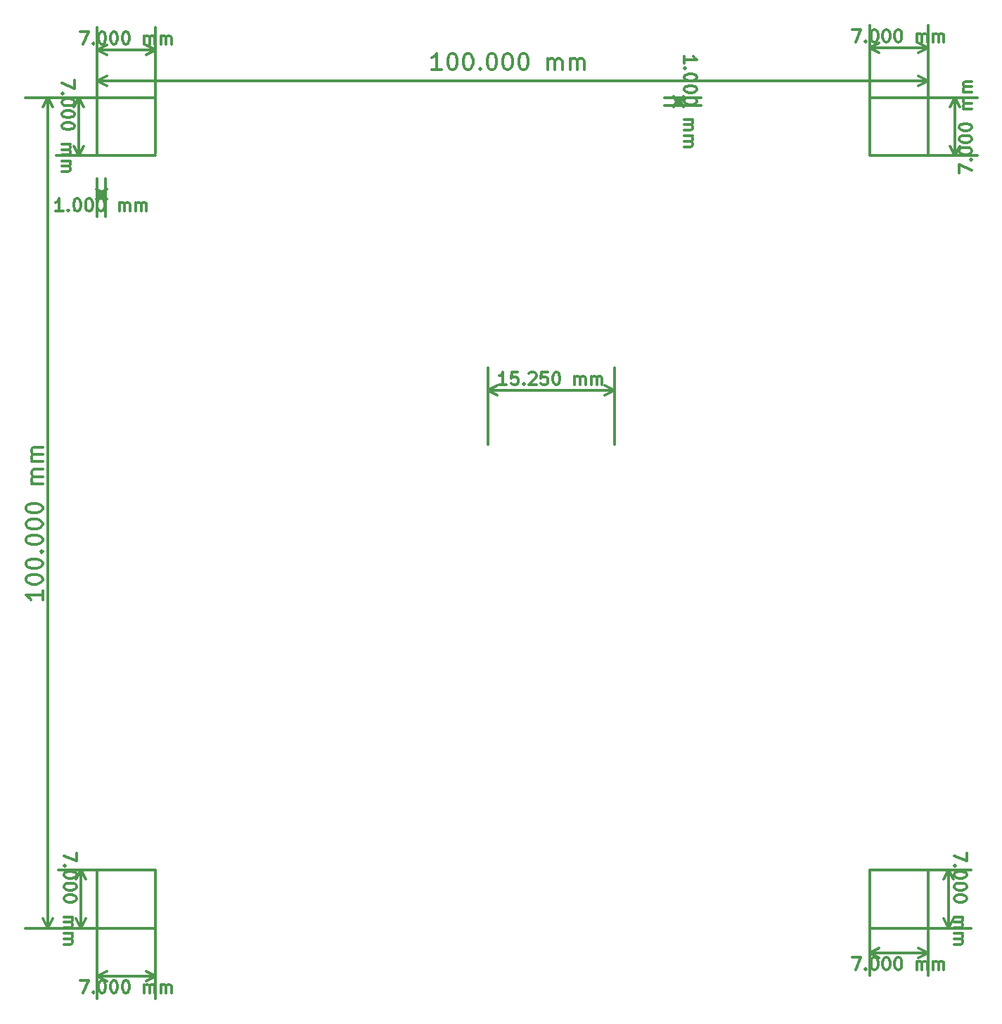
<source format=gbr>
G04 #@! TF.FileFunction,Other,User*
%FSLAX46Y46*%
G04 Gerber Fmt 4.6, Leading zero omitted, Abs format (unit mm)*
G04 Created by KiCad (PCBNEW 4.0.7) date 02/07/18 15:21:04*
%MOMM*%
%LPD*%
G01*
G04 APERTURE LIST*
%ADD10C,0.100000*%
%ADD11C,0.300000*%
G04 APERTURE END LIST*
D10*
D11*
X159671429Y-27607144D02*
X159671429Y-26750001D01*
X159671429Y-27178573D02*
X161171429Y-27178573D01*
X160957143Y-27035716D01*
X160814286Y-26892858D01*
X160742857Y-26750001D01*
X159814286Y-28250001D02*
X159742857Y-28321429D01*
X159671429Y-28250001D01*
X159742857Y-28178572D01*
X159814286Y-28250001D01*
X159671429Y-28250001D01*
X161171429Y-29250001D02*
X161171429Y-29392858D01*
X161100000Y-29535715D01*
X161028571Y-29607144D01*
X160885714Y-29678573D01*
X160600000Y-29750001D01*
X160242857Y-29750001D01*
X159957143Y-29678573D01*
X159814286Y-29607144D01*
X159742857Y-29535715D01*
X159671429Y-29392858D01*
X159671429Y-29250001D01*
X159742857Y-29107144D01*
X159814286Y-29035715D01*
X159957143Y-28964287D01*
X160242857Y-28892858D01*
X160600000Y-28892858D01*
X160885714Y-28964287D01*
X161028571Y-29035715D01*
X161100000Y-29107144D01*
X161171429Y-29250001D01*
X161171429Y-30678572D02*
X161171429Y-30821429D01*
X161100000Y-30964286D01*
X161028571Y-31035715D01*
X160885714Y-31107144D01*
X160600000Y-31178572D01*
X160242857Y-31178572D01*
X159957143Y-31107144D01*
X159814286Y-31035715D01*
X159742857Y-30964286D01*
X159671429Y-30821429D01*
X159671429Y-30678572D01*
X159742857Y-30535715D01*
X159814286Y-30464286D01*
X159957143Y-30392858D01*
X160242857Y-30321429D01*
X160600000Y-30321429D01*
X160885714Y-30392858D01*
X161028571Y-30464286D01*
X161100000Y-30535715D01*
X161171429Y-30678572D01*
X161171429Y-32107143D02*
X161171429Y-32250000D01*
X161100000Y-32392857D01*
X161028571Y-32464286D01*
X160885714Y-32535715D01*
X160600000Y-32607143D01*
X160242857Y-32607143D01*
X159957143Y-32535715D01*
X159814286Y-32464286D01*
X159742857Y-32392857D01*
X159671429Y-32250000D01*
X159671429Y-32107143D01*
X159742857Y-31964286D01*
X159814286Y-31892857D01*
X159957143Y-31821429D01*
X160242857Y-31750000D01*
X160600000Y-31750000D01*
X160885714Y-31821429D01*
X161028571Y-31892857D01*
X161100000Y-31964286D01*
X161171429Y-32107143D01*
X159671429Y-34392857D02*
X160671429Y-34392857D01*
X160528571Y-34392857D02*
X160600000Y-34464285D01*
X160671429Y-34607143D01*
X160671429Y-34821428D01*
X160600000Y-34964285D01*
X160457143Y-35035714D01*
X159671429Y-35035714D01*
X160457143Y-35035714D02*
X160600000Y-35107143D01*
X160671429Y-35250000D01*
X160671429Y-35464285D01*
X160600000Y-35607143D01*
X160457143Y-35678571D01*
X159671429Y-35678571D01*
X159671429Y-36392857D02*
X160671429Y-36392857D01*
X160528571Y-36392857D02*
X160600000Y-36464285D01*
X160671429Y-36607143D01*
X160671429Y-36821428D01*
X160600000Y-36964285D01*
X160457143Y-37035714D01*
X159671429Y-37035714D01*
X160457143Y-37035714D02*
X160600000Y-37107143D01*
X160671429Y-37250000D01*
X160671429Y-37464285D01*
X160600000Y-37607143D01*
X160457143Y-37678571D01*
X159671429Y-37678571D01*
X159000000Y-31750000D02*
X159000000Y-32750000D01*
X157300000Y-31750000D02*
X161700000Y-31750000D01*
X157300000Y-32750000D02*
X161700000Y-32750000D01*
X159000000Y-32750000D02*
X158413579Y-31623496D01*
X159000000Y-32750000D02*
X159586421Y-31623496D01*
X159000000Y-31750000D02*
X158413579Y-32876504D01*
X159000000Y-31750000D02*
X159586421Y-32876504D01*
X84857144Y-45428571D02*
X84000001Y-45428571D01*
X84428573Y-45428571D02*
X84428573Y-43928571D01*
X84285716Y-44142857D01*
X84142858Y-44285714D01*
X84000001Y-44357143D01*
X85500001Y-45285714D02*
X85571429Y-45357143D01*
X85500001Y-45428571D01*
X85428572Y-45357143D01*
X85500001Y-45285714D01*
X85500001Y-45428571D01*
X86500001Y-43928571D02*
X86642858Y-43928571D01*
X86785715Y-44000000D01*
X86857144Y-44071429D01*
X86928573Y-44214286D01*
X87000001Y-44500000D01*
X87000001Y-44857143D01*
X86928573Y-45142857D01*
X86857144Y-45285714D01*
X86785715Y-45357143D01*
X86642858Y-45428571D01*
X86500001Y-45428571D01*
X86357144Y-45357143D01*
X86285715Y-45285714D01*
X86214287Y-45142857D01*
X86142858Y-44857143D01*
X86142858Y-44500000D01*
X86214287Y-44214286D01*
X86285715Y-44071429D01*
X86357144Y-44000000D01*
X86500001Y-43928571D01*
X87928572Y-43928571D02*
X88071429Y-43928571D01*
X88214286Y-44000000D01*
X88285715Y-44071429D01*
X88357144Y-44214286D01*
X88428572Y-44500000D01*
X88428572Y-44857143D01*
X88357144Y-45142857D01*
X88285715Y-45285714D01*
X88214286Y-45357143D01*
X88071429Y-45428571D01*
X87928572Y-45428571D01*
X87785715Y-45357143D01*
X87714286Y-45285714D01*
X87642858Y-45142857D01*
X87571429Y-44857143D01*
X87571429Y-44500000D01*
X87642858Y-44214286D01*
X87714286Y-44071429D01*
X87785715Y-44000000D01*
X87928572Y-43928571D01*
X89357143Y-43928571D02*
X89500000Y-43928571D01*
X89642857Y-44000000D01*
X89714286Y-44071429D01*
X89785715Y-44214286D01*
X89857143Y-44500000D01*
X89857143Y-44857143D01*
X89785715Y-45142857D01*
X89714286Y-45285714D01*
X89642857Y-45357143D01*
X89500000Y-45428571D01*
X89357143Y-45428571D01*
X89214286Y-45357143D01*
X89142857Y-45285714D01*
X89071429Y-45142857D01*
X89000000Y-44857143D01*
X89000000Y-44500000D01*
X89071429Y-44214286D01*
X89142857Y-44071429D01*
X89214286Y-44000000D01*
X89357143Y-43928571D01*
X91642857Y-45428571D02*
X91642857Y-44428571D01*
X91642857Y-44571429D02*
X91714285Y-44500000D01*
X91857143Y-44428571D01*
X92071428Y-44428571D01*
X92214285Y-44500000D01*
X92285714Y-44642857D01*
X92285714Y-45428571D01*
X92285714Y-44642857D02*
X92357143Y-44500000D01*
X92500000Y-44428571D01*
X92714285Y-44428571D01*
X92857143Y-44500000D01*
X92928571Y-44642857D01*
X92928571Y-45428571D01*
X93642857Y-45428571D02*
X93642857Y-44428571D01*
X93642857Y-44571429D02*
X93714285Y-44500000D01*
X93857143Y-44428571D01*
X94071428Y-44428571D01*
X94214285Y-44500000D01*
X94285714Y-44642857D01*
X94285714Y-45428571D01*
X94285714Y-44642857D02*
X94357143Y-44500000D01*
X94500000Y-44428571D01*
X94714285Y-44428571D01*
X94857143Y-44500000D01*
X94928571Y-44642857D01*
X94928571Y-45428571D01*
X89000000Y-43400000D02*
X90000000Y-43400000D01*
X89000000Y-41500000D02*
X89000000Y-46100000D01*
X90000000Y-41500000D02*
X90000000Y-46100000D01*
X90000000Y-43400000D02*
X88873496Y-43986421D01*
X90000000Y-43400000D02*
X88873496Y-42813579D01*
X89000000Y-43400000D02*
X90126504Y-43986421D01*
X89000000Y-43400000D02*
X90126504Y-42813579D01*
X86471429Y-122678573D02*
X86471429Y-123678573D01*
X84971429Y-123035716D01*
X85114286Y-124250001D02*
X85042857Y-124321429D01*
X84971429Y-124250001D01*
X85042857Y-124178572D01*
X85114286Y-124250001D01*
X84971429Y-124250001D01*
X86471429Y-125250001D02*
X86471429Y-125392858D01*
X86400000Y-125535715D01*
X86328571Y-125607144D01*
X86185714Y-125678573D01*
X85900000Y-125750001D01*
X85542857Y-125750001D01*
X85257143Y-125678573D01*
X85114286Y-125607144D01*
X85042857Y-125535715D01*
X84971429Y-125392858D01*
X84971429Y-125250001D01*
X85042857Y-125107144D01*
X85114286Y-125035715D01*
X85257143Y-124964287D01*
X85542857Y-124892858D01*
X85900000Y-124892858D01*
X86185714Y-124964287D01*
X86328571Y-125035715D01*
X86400000Y-125107144D01*
X86471429Y-125250001D01*
X86471429Y-126678572D02*
X86471429Y-126821429D01*
X86400000Y-126964286D01*
X86328571Y-127035715D01*
X86185714Y-127107144D01*
X85900000Y-127178572D01*
X85542857Y-127178572D01*
X85257143Y-127107144D01*
X85114286Y-127035715D01*
X85042857Y-126964286D01*
X84971429Y-126821429D01*
X84971429Y-126678572D01*
X85042857Y-126535715D01*
X85114286Y-126464286D01*
X85257143Y-126392858D01*
X85542857Y-126321429D01*
X85900000Y-126321429D01*
X86185714Y-126392858D01*
X86328571Y-126464286D01*
X86400000Y-126535715D01*
X86471429Y-126678572D01*
X86471429Y-128107143D02*
X86471429Y-128250000D01*
X86400000Y-128392857D01*
X86328571Y-128464286D01*
X86185714Y-128535715D01*
X85900000Y-128607143D01*
X85542857Y-128607143D01*
X85257143Y-128535715D01*
X85114286Y-128464286D01*
X85042857Y-128392857D01*
X84971429Y-128250000D01*
X84971429Y-128107143D01*
X85042857Y-127964286D01*
X85114286Y-127892857D01*
X85257143Y-127821429D01*
X85542857Y-127750000D01*
X85900000Y-127750000D01*
X86185714Y-127821429D01*
X86328571Y-127892857D01*
X86400000Y-127964286D01*
X86471429Y-128107143D01*
X84971429Y-130392857D02*
X85971429Y-130392857D01*
X85828571Y-130392857D02*
X85900000Y-130464285D01*
X85971429Y-130607143D01*
X85971429Y-130821428D01*
X85900000Y-130964285D01*
X85757143Y-131035714D01*
X84971429Y-131035714D01*
X85757143Y-131035714D02*
X85900000Y-131107143D01*
X85971429Y-131250000D01*
X85971429Y-131464285D01*
X85900000Y-131607143D01*
X85757143Y-131678571D01*
X84971429Y-131678571D01*
X84971429Y-132392857D02*
X85971429Y-132392857D01*
X85828571Y-132392857D02*
X85900000Y-132464285D01*
X85971429Y-132607143D01*
X85971429Y-132821428D01*
X85900000Y-132964285D01*
X85757143Y-133035714D01*
X84971429Y-133035714D01*
X85757143Y-133035714D02*
X85900000Y-133107143D01*
X85971429Y-133250000D01*
X85971429Y-133464285D01*
X85900000Y-133607143D01*
X85757143Y-133678571D01*
X84971429Y-133678571D01*
X87000000Y-124750000D02*
X87000000Y-131750000D01*
X96000000Y-124750000D02*
X84300000Y-124750000D01*
X96000000Y-131750000D02*
X84300000Y-131750000D01*
X87000000Y-131750000D02*
X86413579Y-130623496D01*
X87000000Y-131750000D02*
X87586421Y-130623496D01*
X87000000Y-124750000D02*
X86413579Y-125876504D01*
X87000000Y-124750000D02*
X87586421Y-125876504D01*
X86928573Y-138028571D02*
X87928573Y-138028571D01*
X87285716Y-139528571D01*
X88500001Y-139385714D02*
X88571429Y-139457143D01*
X88500001Y-139528571D01*
X88428572Y-139457143D01*
X88500001Y-139385714D01*
X88500001Y-139528571D01*
X89500001Y-138028571D02*
X89642858Y-138028571D01*
X89785715Y-138100000D01*
X89857144Y-138171429D01*
X89928573Y-138314286D01*
X90000001Y-138600000D01*
X90000001Y-138957143D01*
X89928573Y-139242857D01*
X89857144Y-139385714D01*
X89785715Y-139457143D01*
X89642858Y-139528571D01*
X89500001Y-139528571D01*
X89357144Y-139457143D01*
X89285715Y-139385714D01*
X89214287Y-139242857D01*
X89142858Y-138957143D01*
X89142858Y-138600000D01*
X89214287Y-138314286D01*
X89285715Y-138171429D01*
X89357144Y-138100000D01*
X89500001Y-138028571D01*
X90928572Y-138028571D02*
X91071429Y-138028571D01*
X91214286Y-138100000D01*
X91285715Y-138171429D01*
X91357144Y-138314286D01*
X91428572Y-138600000D01*
X91428572Y-138957143D01*
X91357144Y-139242857D01*
X91285715Y-139385714D01*
X91214286Y-139457143D01*
X91071429Y-139528571D01*
X90928572Y-139528571D01*
X90785715Y-139457143D01*
X90714286Y-139385714D01*
X90642858Y-139242857D01*
X90571429Y-138957143D01*
X90571429Y-138600000D01*
X90642858Y-138314286D01*
X90714286Y-138171429D01*
X90785715Y-138100000D01*
X90928572Y-138028571D01*
X92357143Y-138028571D02*
X92500000Y-138028571D01*
X92642857Y-138100000D01*
X92714286Y-138171429D01*
X92785715Y-138314286D01*
X92857143Y-138600000D01*
X92857143Y-138957143D01*
X92785715Y-139242857D01*
X92714286Y-139385714D01*
X92642857Y-139457143D01*
X92500000Y-139528571D01*
X92357143Y-139528571D01*
X92214286Y-139457143D01*
X92142857Y-139385714D01*
X92071429Y-139242857D01*
X92000000Y-138957143D01*
X92000000Y-138600000D01*
X92071429Y-138314286D01*
X92142857Y-138171429D01*
X92214286Y-138100000D01*
X92357143Y-138028571D01*
X94642857Y-139528571D02*
X94642857Y-138528571D01*
X94642857Y-138671429D02*
X94714285Y-138600000D01*
X94857143Y-138528571D01*
X95071428Y-138528571D01*
X95214285Y-138600000D01*
X95285714Y-138742857D01*
X95285714Y-139528571D01*
X95285714Y-138742857D02*
X95357143Y-138600000D01*
X95500000Y-138528571D01*
X95714285Y-138528571D01*
X95857143Y-138600000D01*
X95928571Y-138742857D01*
X95928571Y-139528571D01*
X96642857Y-139528571D02*
X96642857Y-138528571D01*
X96642857Y-138671429D02*
X96714285Y-138600000D01*
X96857143Y-138528571D01*
X97071428Y-138528571D01*
X97214285Y-138600000D01*
X97285714Y-138742857D01*
X97285714Y-139528571D01*
X97285714Y-138742857D02*
X97357143Y-138600000D01*
X97500000Y-138528571D01*
X97714285Y-138528571D01*
X97857143Y-138600000D01*
X97928571Y-138742857D01*
X97928571Y-139528571D01*
X96000000Y-137500000D02*
X89000000Y-137500000D01*
X96000000Y-124750000D02*
X96000000Y-140200000D01*
X89000000Y-124750000D02*
X89000000Y-140200000D01*
X89000000Y-137500000D02*
X90126504Y-136913579D01*
X89000000Y-137500000D02*
X90126504Y-138086421D01*
X96000000Y-137500000D02*
X94873496Y-136913579D01*
X96000000Y-137500000D02*
X94873496Y-138086421D01*
X193671429Y-122678573D02*
X193671429Y-123678573D01*
X192171429Y-123035716D01*
X192314286Y-124250001D02*
X192242857Y-124321429D01*
X192171429Y-124250001D01*
X192242857Y-124178572D01*
X192314286Y-124250001D01*
X192171429Y-124250001D01*
X193671429Y-125250001D02*
X193671429Y-125392858D01*
X193600000Y-125535715D01*
X193528571Y-125607144D01*
X193385714Y-125678573D01*
X193100000Y-125750001D01*
X192742857Y-125750001D01*
X192457143Y-125678573D01*
X192314286Y-125607144D01*
X192242857Y-125535715D01*
X192171429Y-125392858D01*
X192171429Y-125250001D01*
X192242857Y-125107144D01*
X192314286Y-125035715D01*
X192457143Y-124964287D01*
X192742857Y-124892858D01*
X193100000Y-124892858D01*
X193385714Y-124964287D01*
X193528571Y-125035715D01*
X193600000Y-125107144D01*
X193671429Y-125250001D01*
X193671429Y-126678572D02*
X193671429Y-126821429D01*
X193600000Y-126964286D01*
X193528571Y-127035715D01*
X193385714Y-127107144D01*
X193100000Y-127178572D01*
X192742857Y-127178572D01*
X192457143Y-127107144D01*
X192314286Y-127035715D01*
X192242857Y-126964286D01*
X192171429Y-126821429D01*
X192171429Y-126678572D01*
X192242857Y-126535715D01*
X192314286Y-126464286D01*
X192457143Y-126392858D01*
X192742857Y-126321429D01*
X193100000Y-126321429D01*
X193385714Y-126392858D01*
X193528571Y-126464286D01*
X193600000Y-126535715D01*
X193671429Y-126678572D01*
X193671429Y-128107143D02*
X193671429Y-128250000D01*
X193600000Y-128392857D01*
X193528571Y-128464286D01*
X193385714Y-128535715D01*
X193100000Y-128607143D01*
X192742857Y-128607143D01*
X192457143Y-128535715D01*
X192314286Y-128464286D01*
X192242857Y-128392857D01*
X192171429Y-128250000D01*
X192171429Y-128107143D01*
X192242857Y-127964286D01*
X192314286Y-127892857D01*
X192457143Y-127821429D01*
X192742857Y-127750000D01*
X193100000Y-127750000D01*
X193385714Y-127821429D01*
X193528571Y-127892857D01*
X193600000Y-127964286D01*
X193671429Y-128107143D01*
X192171429Y-130392857D02*
X193171429Y-130392857D01*
X193028571Y-130392857D02*
X193100000Y-130464285D01*
X193171429Y-130607143D01*
X193171429Y-130821428D01*
X193100000Y-130964285D01*
X192957143Y-131035714D01*
X192171429Y-131035714D01*
X192957143Y-131035714D02*
X193100000Y-131107143D01*
X193171429Y-131250000D01*
X193171429Y-131464285D01*
X193100000Y-131607143D01*
X192957143Y-131678571D01*
X192171429Y-131678571D01*
X192171429Y-132392857D02*
X193171429Y-132392857D01*
X193028571Y-132392857D02*
X193100000Y-132464285D01*
X193171429Y-132607143D01*
X193171429Y-132821428D01*
X193100000Y-132964285D01*
X192957143Y-133035714D01*
X192171429Y-133035714D01*
X192957143Y-133035714D02*
X193100000Y-133107143D01*
X193171429Y-133250000D01*
X193171429Y-133464285D01*
X193100000Y-133607143D01*
X192957143Y-133678571D01*
X192171429Y-133678571D01*
X191500000Y-124750000D02*
X191500000Y-131750000D01*
X182000000Y-124750000D02*
X194200000Y-124750000D01*
X182000000Y-131750000D02*
X194200000Y-131750000D01*
X191500000Y-131750000D02*
X190913579Y-130623496D01*
X191500000Y-131750000D02*
X192086421Y-130623496D01*
X191500000Y-124750000D02*
X190913579Y-125876504D01*
X191500000Y-124750000D02*
X192086421Y-125876504D01*
X179928573Y-135278571D02*
X180928573Y-135278571D01*
X180285716Y-136778571D01*
X181500001Y-136635714D02*
X181571429Y-136707143D01*
X181500001Y-136778571D01*
X181428572Y-136707143D01*
X181500001Y-136635714D01*
X181500001Y-136778571D01*
X182500001Y-135278571D02*
X182642858Y-135278571D01*
X182785715Y-135350000D01*
X182857144Y-135421429D01*
X182928573Y-135564286D01*
X183000001Y-135850000D01*
X183000001Y-136207143D01*
X182928573Y-136492857D01*
X182857144Y-136635714D01*
X182785715Y-136707143D01*
X182642858Y-136778571D01*
X182500001Y-136778571D01*
X182357144Y-136707143D01*
X182285715Y-136635714D01*
X182214287Y-136492857D01*
X182142858Y-136207143D01*
X182142858Y-135850000D01*
X182214287Y-135564286D01*
X182285715Y-135421429D01*
X182357144Y-135350000D01*
X182500001Y-135278571D01*
X183928572Y-135278571D02*
X184071429Y-135278571D01*
X184214286Y-135350000D01*
X184285715Y-135421429D01*
X184357144Y-135564286D01*
X184428572Y-135850000D01*
X184428572Y-136207143D01*
X184357144Y-136492857D01*
X184285715Y-136635714D01*
X184214286Y-136707143D01*
X184071429Y-136778571D01*
X183928572Y-136778571D01*
X183785715Y-136707143D01*
X183714286Y-136635714D01*
X183642858Y-136492857D01*
X183571429Y-136207143D01*
X183571429Y-135850000D01*
X183642858Y-135564286D01*
X183714286Y-135421429D01*
X183785715Y-135350000D01*
X183928572Y-135278571D01*
X185357143Y-135278571D02*
X185500000Y-135278571D01*
X185642857Y-135350000D01*
X185714286Y-135421429D01*
X185785715Y-135564286D01*
X185857143Y-135850000D01*
X185857143Y-136207143D01*
X185785715Y-136492857D01*
X185714286Y-136635714D01*
X185642857Y-136707143D01*
X185500000Y-136778571D01*
X185357143Y-136778571D01*
X185214286Y-136707143D01*
X185142857Y-136635714D01*
X185071429Y-136492857D01*
X185000000Y-136207143D01*
X185000000Y-135850000D01*
X185071429Y-135564286D01*
X185142857Y-135421429D01*
X185214286Y-135350000D01*
X185357143Y-135278571D01*
X187642857Y-136778571D02*
X187642857Y-135778571D01*
X187642857Y-135921429D02*
X187714285Y-135850000D01*
X187857143Y-135778571D01*
X188071428Y-135778571D01*
X188214285Y-135850000D01*
X188285714Y-135992857D01*
X188285714Y-136778571D01*
X188285714Y-135992857D02*
X188357143Y-135850000D01*
X188500000Y-135778571D01*
X188714285Y-135778571D01*
X188857143Y-135850000D01*
X188928571Y-135992857D01*
X188928571Y-136778571D01*
X189642857Y-136778571D02*
X189642857Y-135778571D01*
X189642857Y-135921429D02*
X189714285Y-135850000D01*
X189857143Y-135778571D01*
X190071428Y-135778571D01*
X190214285Y-135850000D01*
X190285714Y-135992857D01*
X190285714Y-136778571D01*
X190285714Y-135992857D02*
X190357143Y-135850000D01*
X190500000Y-135778571D01*
X190714285Y-135778571D01*
X190857143Y-135850000D01*
X190928571Y-135992857D01*
X190928571Y-136778571D01*
X182000000Y-134750000D02*
X189000000Y-134750000D01*
X182000000Y-124750000D02*
X182000000Y-137450000D01*
X189000000Y-124750000D02*
X189000000Y-137450000D01*
X189000000Y-134750000D02*
X187873496Y-135336421D01*
X189000000Y-134750000D02*
X187873496Y-134163579D01*
X182000000Y-134750000D02*
X183126504Y-135336421D01*
X182000000Y-134750000D02*
X183126504Y-134163579D01*
X192778571Y-40821427D02*
X192778571Y-39821427D01*
X194278571Y-40464284D01*
X194135714Y-39249999D02*
X194207143Y-39178571D01*
X194278571Y-39249999D01*
X194207143Y-39321428D01*
X194135714Y-39249999D01*
X194278571Y-39249999D01*
X192778571Y-38249999D02*
X192778571Y-38107142D01*
X192850000Y-37964285D01*
X192921429Y-37892856D01*
X193064286Y-37821427D01*
X193350000Y-37749999D01*
X193707143Y-37749999D01*
X193992857Y-37821427D01*
X194135714Y-37892856D01*
X194207143Y-37964285D01*
X194278571Y-38107142D01*
X194278571Y-38249999D01*
X194207143Y-38392856D01*
X194135714Y-38464285D01*
X193992857Y-38535713D01*
X193707143Y-38607142D01*
X193350000Y-38607142D01*
X193064286Y-38535713D01*
X192921429Y-38464285D01*
X192850000Y-38392856D01*
X192778571Y-38249999D01*
X192778571Y-36821428D02*
X192778571Y-36678571D01*
X192850000Y-36535714D01*
X192921429Y-36464285D01*
X193064286Y-36392856D01*
X193350000Y-36321428D01*
X193707143Y-36321428D01*
X193992857Y-36392856D01*
X194135714Y-36464285D01*
X194207143Y-36535714D01*
X194278571Y-36678571D01*
X194278571Y-36821428D01*
X194207143Y-36964285D01*
X194135714Y-37035714D01*
X193992857Y-37107142D01*
X193707143Y-37178571D01*
X193350000Y-37178571D01*
X193064286Y-37107142D01*
X192921429Y-37035714D01*
X192850000Y-36964285D01*
X192778571Y-36821428D01*
X192778571Y-35392857D02*
X192778571Y-35250000D01*
X192850000Y-35107143D01*
X192921429Y-35035714D01*
X193064286Y-34964285D01*
X193350000Y-34892857D01*
X193707143Y-34892857D01*
X193992857Y-34964285D01*
X194135714Y-35035714D01*
X194207143Y-35107143D01*
X194278571Y-35250000D01*
X194278571Y-35392857D01*
X194207143Y-35535714D01*
X194135714Y-35607143D01*
X193992857Y-35678571D01*
X193707143Y-35750000D01*
X193350000Y-35750000D01*
X193064286Y-35678571D01*
X192921429Y-35607143D01*
X192850000Y-35535714D01*
X192778571Y-35392857D01*
X194278571Y-33107143D02*
X193278571Y-33107143D01*
X193421429Y-33107143D02*
X193350000Y-33035715D01*
X193278571Y-32892857D01*
X193278571Y-32678572D01*
X193350000Y-32535715D01*
X193492857Y-32464286D01*
X194278571Y-32464286D01*
X193492857Y-32464286D02*
X193350000Y-32392857D01*
X193278571Y-32250000D01*
X193278571Y-32035715D01*
X193350000Y-31892857D01*
X193492857Y-31821429D01*
X194278571Y-31821429D01*
X194278571Y-31107143D02*
X193278571Y-31107143D01*
X193421429Y-31107143D02*
X193350000Y-31035715D01*
X193278571Y-30892857D01*
X193278571Y-30678572D01*
X193350000Y-30535715D01*
X193492857Y-30464286D01*
X194278571Y-30464286D01*
X193492857Y-30464286D02*
X193350000Y-30392857D01*
X193278571Y-30250000D01*
X193278571Y-30035715D01*
X193350000Y-29892857D01*
X193492857Y-29821429D01*
X194278571Y-29821429D01*
X192250000Y-38750000D02*
X192250000Y-31750000D01*
X182000000Y-38750000D02*
X194950000Y-38750000D01*
X182000000Y-31750000D02*
X194950000Y-31750000D01*
X192250000Y-31750000D02*
X192836421Y-32876504D01*
X192250000Y-31750000D02*
X191663579Y-32876504D01*
X192250000Y-38750000D02*
X192836421Y-37623496D01*
X192250000Y-38750000D02*
X191663579Y-37623496D01*
X179928573Y-23578571D02*
X180928573Y-23578571D01*
X180285716Y-25078571D01*
X181500001Y-24935714D02*
X181571429Y-25007143D01*
X181500001Y-25078571D01*
X181428572Y-25007143D01*
X181500001Y-24935714D01*
X181500001Y-25078571D01*
X182500001Y-23578571D02*
X182642858Y-23578571D01*
X182785715Y-23650000D01*
X182857144Y-23721429D01*
X182928573Y-23864286D01*
X183000001Y-24150000D01*
X183000001Y-24507143D01*
X182928573Y-24792857D01*
X182857144Y-24935714D01*
X182785715Y-25007143D01*
X182642858Y-25078571D01*
X182500001Y-25078571D01*
X182357144Y-25007143D01*
X182285715Y-24935714D01*
X182214287Y-24792857D01*
X182142858Y-24507143D01*
X182142858Y-24150000D01*
X182214287Y-23864286D01*
X182285715Y-23721429D01*
X182357144Y-23650000D01*
X182500001Y-23578571D01*
X183928572Y-23578571D02*
X184071429Y-23578571D01*
X184214286Y-23650000D01*
X184285715Y-23721429D01*
X184357144Y-23864286D01*
X184428572Y-24150000D01*
X184428572Y-24507143D01*
X184357144Y-24792857D01*
X184285715Y-24935714D01*
X184214286Y-25007143D01*
X184071429Y-25078571D01*
X183928572Y-25078571D01*
X183785715Y-25007143D01*
X183714286Y-24935714D01*
X183642858Y-24792857D01*
X183571429Y-24507143D01*
X183571429Y-24150000D01*
X183642858Y-23864286D01*
X183714286Y-23721429D01*
X183785715Y-23650000D01*
X183928572Y-23578571D01*
X185357143Y-23578571D02*
X185500000Y-23578571D01*
X185642857Y-23650000D01*
X185714286Y-23721429D01*
X185785715Y-23864286D01*
X185857143Y-24150000D01*
X185857143Y-24507143D01*
X185785715Y-24792857D01*
X185714286Y-24935714D01*
X185642857Y-25007143D01*
X185500000Y-25078571D01*
X185357143Y-25078571D01*
X185214286Y-25007143D01*
X185142857Y-24935714D01*
X185071429Y-24792857D01*
X185000000Y-24507143D01*
X185000000Y-24150000D01*
X185071429Y-23864286D01*
X185142857Y-23721429D01*
X185214286Y-23650000D01*
X185357143Y-23578571D01*
X187642857Y-25078571D02*
X187642857Y-24078571D01*
X187642857Y-24221429D02*
X187714285Y-24150000D01*
X187857143Y-24078571D01*
X188071428Y-24078571D01*
X188214285Y-24150000D01*
X188285714Y-24292857D01*
X188285714Y-25078571D01*
X188285714Y-24292857D02*
X188357143Y-24150000D01*
X188500000Y-24078571D01*
X188714285Y-24078571D01*
X188857143Y-24150000D01*
X188928571Y-24292857D01*
X188928571Y-25078571D01*
X189642857Y-25078571D02*
X189642857Y-24078571D01*
X189642857Y-24221429D02*
X189714285Y-24150000D01*
X189857143Y-24078571D01*
X190071428Y-24078571D01*
X190214285Y-24150000D01*
X190285714Y-24292857D01*
X190285714Y-25078571D01*
X190285714Y-24292857D02*
X190357143Y-24150000D01*
X190500000Y-24078571D01*
X190714285Y-24078571D01*
X190857143Y-24150000D01*
X190928571Y-24292857D01*
X190928571Y-25078571D01*
X182000000Y-25750000D02*
X189000000Y-25750000D01*
X182000000Y-38750000D02*
X182000000Y-23050000D01*
X189000000Y-38750000D02*
X189000000Y-23050000D01*
X189000000Y-25750000D02*
X187873496Y-26336421D01*
X189000000Y-25750000D02*
X187873496Y-25163579D01*
X182000000Y-25750000D02*
X183126504Y-26336421D01*
X182000000Y-25750000D02*
X183126504Y-25163579D01*
X86221429Y-29678573D02*
X86221429Y-30678573D01*
X84721429Y-30035716D01*
X84864286Y-31250001D02*
X84792857Y-31321429D01*
X84721429Y-31250001D01*
X84792857Y-31178572D01*
X84864286Y-31250001D01*
X84721429Y-31250001D01*
X86221429Y-32250001D02*
X86221429Y-32392858D01*
X86150000Y-32535715D01*
X86078571Y-32607144D01*
X85935714Y-32678573D01*
X85650000Y-32750001D01*
X85292857Y-32750001D01*
X85007143Y-32678573D01*
X84864286Y-32607144D01*
X84792857Y-32535715D01*
X84721429Y-32392858D01*
X84721429Y-32250001D01*
X84792857Y-32107144D01*
X84864286Y-32035715D01*
X85007143Y-31964287D01*
X85292857Y-31892858D01*
X85650000Y-31892858D01*
X85935714Y-31964287D01*
X86078571Y-32035715D01*
X86150000Y-32107144D01*
X86221429Y-32250001D01*
X86221429Y-33678572D02*
X86221429Y-33821429D01*
X86150000Y-33964286D01*
X86078571Y-34035715D01*
X85935714Y-34107144D01*
X85650000Y-34178572D01*
X85292857Y-34178572D01*
X85007143Y-34107144D01*
X84864286Y-34035715D01*
X84792857Y-33964286D01*
X84721429Y-33821429D01*
X84721429Y-33678572D01*
X84792857Y-33535715D01*
X84864286Y-33464286D01*
X85007143Y-33392858D01*
X85292857Y-33321429D01*
X85650000Y-33321429D01*
X85935714Y-33392858D01*
X86078571Y-33464286D01*
X86150000Y-33535715D01*
X86221429Y-33678572D01*
X86221429Y-35107143D02*
X86221429Y-35250000D01*
X86150000Y-35392857D01*
X86078571Y-35464286D01*
X85935714Y-35535715D01*
X85650000Y-35607143D01*
X85292857Y-35607143D01*
X85007143Y-35535715D01*
X84864286Y-35464286D01*
X84792857Y-35392857D01*
X84721429Y-35250000D01*
X84721429Y-35107143D01*
X84792857Y-34964286D01*
X84864286Y-34892857D01*
X85007143Y-34821429D01*
X85292857Y-34750000D01*
X85650000Y-34750000D01*
X85935714Y-34821429D01*
X86078571Y-34892857D01*
X86150000Y-34964286D01*
X86221429Y-35107143D01*
X84721429Y-37392857D02*
X85721429Y-37392857D01*
X85578571Y-37392857D02*
X85650000Y-37464285D01*
X85721429Y-37607143D01*
X85721429Y-37821428D01*
X85650000Y-37964285D01*
X85507143Y-38035714D01*
X84721429Y-38035714D01*
X85507143Y-38035714D02*
X85650000Y-38107143D01*
X85721429Y-38250000D01*
X85721429Y-38464285D01*
X85650000Y-38607143D01*
X85507143Y-38678571D01*
X84721429Y-38678571D01*
X84721429Y-39392857D02*
X85721429Y-39392857D01*
X85578571Y-39392857D02*
X85650000Y-39464285D01*
X85721429Y-39607143D01*
X85721429Y-39821428D01*
X85650000Y-39964285D01*
X85507143Y-40035714D01*
X84721429Y-40035714D01*
X85507143Y-40035714D02*
X85650000Y-40107143D01*
X85721429Y-40250000D01*
X85721429Y-40464285D01*
X85650000Y-40607143D01*
X85507143Y-40678571D01*
X84721429Y-40678571D01*
X86750000Y-31750000D02*
X86750000Y-38750000D01*
X96000000Y-31750000D02*
X84050000Y-31750000D01*
X96000000Y-38750000D02*
X84050000Y-38750000D01*
X86750000Y-38750000D02*
X86163579Y-37623496D01*
X86750000Y-38750000D02*
X87336421Y-37623496D01*
X86750000Y-31750000D02*
X86163579Y-32876504D01*
X86750000Y-31750000D02*
X87336421Y-32876504D01*
X86928573Y-23828571D02*
X87928573Y-23828571D01*
X87285716Y-25328571D01*
X88500001Y-25185714D02*
X88571429Y-25257143D01*
X88500001Y-25328571D01*
X88428572Y-25257143D01*
X88500001Y-25185714D01*
X88500001Y-25328571D01*
X89500001Y-23828571D02*
X89642858Y-23828571D01*
X89785715Y-23900000D01*
X89857144Y-23971429D01*
X89928573Y-24114286D01*
X90000001Y-24400000D01*
X90000001Y-24757143D01*
X89928573Y-25042857D01*
X89857144Y-25185714D01*
X89785715Y-25257143D01*
X89642858Y-25328571D01*
X89500001Y-25328571D01*
X89357144Y-25257143D01*
X89285715Y-25185714D01*
X89214287Y-25042857D01*
X89142858Y-24757143D01*
X89142858Y-24400000D01*
X89214287Y-24114286D01*
X89285715Y-23971429D01*
X89357144Y-23900000D01*
X89500001Y-23828571D01*
X90928572Y-23828571D02*
X91071429Y-23828571D01*
X91214286Y-23900000D01*
X91285715Y-23971429D01*
X91357144Y-24114286D01*
X91428572Y-24400000D01*
X91428572Y-24757143D01*
X91357144Y-25042857D01*
X91285715Y-25185714D01*
X91214286Y-25257143D01*
X91071429Y-25328571D01*
X90928572Y-25328571D01*
X90785715Y-25257143D01*
X90714286Y-25185714D01*
X90642858Y-25042857D01*
X90571429Y-24757143D01*
X90571429Y-24400000D01*
X90642858Y-24114286D01*
X90714286Y-23971429D01*
X90785715Y-23900000D01*
X90928572Y-23828571D01*
X92357143Y-23828571D02*
X92500000Y-23828571D01*
X92642857Y-23900000D01*
X92714286Y-23971429D01*
X92785715Y-24114286D01*
X92857143Y-24400000D01*
X92857143Y-24757143D01*
X92785715Y-25042857D01*
X92714286Y-25185714D01*
X92642857Y-25257143D01*
X92500000Y-25328571D01*
X92357143Y-25328571D01*
X92214286Y-25257143D01*
X92142857Y-25185714D01*
X92071429Y-25042857D01*
X92000000Y-24757143D01*
X92000000Y-24400000D01*
X92071429Y-24114286D01*
X92142857Y-23971429D01*
X92214286Y-23900000D01*
X92357143Y-23828571D01*
X94642857Y-25328571D02*
X94642857Y-24328571D01*
X94642857Y-24471429D02*
X94714285Y-24400000D01*
X94857143Y-24328571D01*
X95071428Y-24328571D01*
X95214285Y-24400000D01*
X95285714Y-24542857D01*
X95285714Y-25328571D01*
X95285714Y-24542857D02*
X95357143Y-24400000D01*
X95500000Y-24328571D01*
X95714285Y-24328571D01*
X95857143Y-24400000D01*
X95928571Y-24542857D01*
X95928571Y-25328571D01*
X96642857Y-25328571D02*
X96642857Y-24328571D01*
X96642857Y-24471429D02*
X96714285Y-24400000D01*
X96857143Y-24328571D01*
X97071428Y-24328571D01*
X97214285Y-24400000D01*
X97285714Y-24542857D01*
X97285714Y-25328571D01*
X97285714Y-24542857D02*
X97357143Y-24400000D01*
X97500000Y-24328571D01*
X97714285Y-24328571D01*
X97857143Y-24400000D01*
X97928571Y-24542857D01*
X97928571Y-25328571D01*
X96000000Y-26000000D02*
X89000000Y-26000000D01*
X96000000Y-38500000D02*
X96000000Y-23300000D01*
X89000000Y-38500000D02*
X89000000Y-23300000D01*
X89000000Y-26000000D02*
X90126504Y-25413579D01*
X89000000Y-26000000D02*
X90126504Y-26586421D01*
X96000000Y-26000000D02*
X94873496Y-25413579D01*
X96000000Y-26000000D02*
X94873496Y-26586421D01*
X138267858Y-66328571D02*
X137410715Y-66328571D01*
X137839287Y-66328571D02*
X137839287Y-64828571D01*
X137696430Y-65042857D01*
X137553572Y-65185714D01*
X137410715Y-65257143D01*
X139625001Y-64828571D02*
X138910715Y-64828571D01*
X138839286Y-65542857D01*
X138910715Y-65471429D01*
X139053572Y-65400000D01*
X139410715Y-65400000D01*
X139553572Y-65471429D01*
X139625001Y-65542857D01*
X139696429Y-65685714D01*
X139696429Y-66042857D01*
X139625001Y-66185714D01*
X139553572Y-66257143D01*
X139410715Y-66328571D01*
X139053572Y-66328571D01*
X138910715Y-66257143D01*
X138839286Y-66185714D01*
X140339286Y-66185714D02*
X140410714Y-66257143D01*
X140339286Y-66328571D01*
X140267857Y-66257143D01*
X140339286Y-66185714D01*
X140339286Y-66328571D01*
X140982143Y-64971429D02*
X141053572Y-64900000D01*
X141196429Y-64828571D01*
X141553572Y-64828571D01*
X141696429Y-64900000D01*
X141767858Y-64971429D01*
X141839286Y-65114286D01*
X141839286Y-65257143D01*
X141767858Y-65471429D01*
X140910715Y-66328571D01*
X141839286Y-66328571D01*
X143196429Y-64828571D02*
X142482143Y-64828571D01*
X142410714Y-65542857D01*
X142482143Y-65471429D01*
X142625000Y-65400000D01*
X142982143Y-65400000D01*
X143125000Y-65471429D01*
X143196429Y-65542857D01*
X143267857Y-65685714D01*
X143267857Y-66042857D01*
X143196429Y-66185714D01*
X143125000Y-66257143D01*
X142982143Y-66328571D01*
X142625000Y-66328571D01*
X142482143Y-66257143D01*
X142410714Y-66185714D01*
X144196428Y-64828571D02*
X144339285Y-64828571D01*
X144482142Y-64900000D01*
X144553571Y-64971429D01*
X144625000Y-65114286D01*
X144696428Y-65400000D01*
X144696428Y-65757143D01*
X144625000Y-66042857D01*
X144553571Y-66185714D01*
X144482142Y-66257143D01*
X144339285Y-66328571D01*
X144196428Y-66328571D01*
X144053571Y-66257143D01*
X143982142Y-66185714D01*
X143910714Y-66042857D01*
X143839285Y-65757143D01*
X143839285Y-65400000D01*
X143910714Y-65114286D01*
X143982142Y-64971429D01*
X144053571Y-64900000D01*
X144196428Y-64828571D01*
X146482142Y-66328571D02*
X146482142Y-65328571D01*
X146482142Y-65471429D02*
X146553570Y-65400000D01*
X146696428Y-65328571D01*
X146910713Y-65328571D01*
X147053570Y-65400000D01*
X147124999Y-65542857D01*
X147124999Y-66328571D01*
X147124999Y-65542857D02*
X147196428Y-65400000D01*
X147339285Y-65328571D01*
X147553570Y-65328571D01*
X147696428Y-65400000D01*
X147767856Y-65542857D01*
X147767856Y-66328571D01*
X148482142Y-66328571D02*
X148482142Y-65328571D01*
X148482142Y-65471429D02*
X148553570Y-65400000D01*
X148696428Y-65328571D01*
X148910713Y-65328571D01*
X149053570Y-65400000D01*
X149124999Y-65542857D01*
X149124999Y-66328571D01*
X149124999Y-65542857D02*
X149196428Y-65400000D01*
X149339285Y-65328571D01*
X149553570Y-65328571D01*
X149696428Y-65400000D01*
X149767856Y-65542857D01*
X149767856Y-66328571D01*
X136000000Y-67000000D02*
X151250000Y-67000000D01*
X136000000Y-73500000D02*
X136000000Y-64300000D01*
X151250000Y-73500000D02*
X151250000Y-64300000D01*
X151250000Y-67000000D02*
X150123496Y-67586421D01*
X151250000Y-67000000D02*
X150123496Y-66413579D01*
X136000000Y-67000000D02*
X137126504Y-67586421D01*
X136000000Y-67000000D02*
X137126504Y-66413579D01*
X82404762Y-91095238D02*
X82404762Y-92238096D01*
X82404762Y-91666667D02*
X80404762Y-91666667D01*
X80690476Y-91857143D01*
X80880952Y-92047619D01*
X80976190Y-92238096D01*
X80404762Y-89857143D02*
X80404762Y-89666667D01*
X80500000Y-89476191D01*
X80595238Y-89380953D01*
X80785714Y-89285715D01*
X81166667Y-89190476D01*
X81642857Y-89190476D01*
X82023810Y-89285715D01*
X82214286Y-89380953D01*
X82309524Y-89476191D01*
X82404762Y-89666667D01*
X82404762Y-89857143D01*
X82309524Y-90047619D01*
X82214286Y-90142857D01*
X82023810Y-90238096D01*
X81642857Y-90333334D01*
X81166667Y-90333334D01*
X80785714Y-90238096D01*
X80595238Y-90142857D01*
X80500000Y-90047619D01*
X80404762Y-89857143D01*
X80404762Y-87952381D02*
X80404762Y-87761905D01*
X80500000Y-87571429D01*
X80595238Y-87476191D01*
X80785714Y-87380953D01*
X81166667Y-87285714D01*
X81642857Y-87285714D01*
X82023810Y-87380953D01*
X82214286Y-87476191D01*
X82309524Y-87571429D01*
X82404762Y-87761905D01*
X82404762Y-87952381D01*
X82309524Y-88142857D01*
X82214286Y-88238095D01*
X82023810Y-88333334D01*
X81642857Y-88428572D01*
X81166667Y-88428572D01*
X80785714Y-88333334D01*
X80595238Y-88238095D01*
X80500000Y-88142857D01*
X80404762Y-87952381D01*
X82214286Y-86428572D02*
X82309524Y-86333333D01*
X82404762Y-86428572D01*
X82309524Y-86523810D01*
X82214286Y-86428572D01*
X82404762Y-86428572D01*
X80404762Y-85095238D02*
X80404762Y-84904762D01*
X80500000Y-84714286D01*
X80595238Y-84619048D01*
X80785714Y-84523810D01*
X81166667Y-84428571D01*
X81642857Y-84428571D01*
X82023810Y-84523810D01*
X82214286Y-84619048D01*
X82309524Y-84714286D01*
X82404762Y-84904762D01*
X82404762Y-85095238D01*
X82309524Y-85285714D01*
X82214286Y-85380952D01*
X82023810Y-85476191D01*
X81642857Y-85571429D01*
X81166667Y-85571429D01*
X80785714Y-85476191D01*
X80595238Y-85380952D01*
X80500000Y-85285714D01*
X80404762Y-85095238D01*
X80404762Y-83190476D02*
X80404762Y-83000000D01*
X80500000Y-82809524D01*
X80595238Y-82714286D01*
X80785714Y-82619048D01*
X81166667Y-82523809D01*
X81642857Y-82523809D01*
X82023810Y-82619048D01*
X82214286Y-82714286D01*
X82309524Y-82809524D01*
X82404762Y-83000000D01*
X82404762Y-83190476D01*
X82309524Y-83380952D01*
X82214286Y-83476190D01*
X82023810Y-83571429D01*
X81642857Y-83666667D01*
X81166667Y-83666667D01*
X80785714Y-83571429D01*
X80595238Y-83476190D01*
X80500000Y-83380952D01*
X80404762Y-83190476D01*
X80404762Y-81285714D02*
X80404762Y-81095238D01*
X80500000Y-80904762D01*
X80595238Y-80809524D01*
X80785714Y-80714286D01*
X81166667Y-80619047D01*
X81642857Y-80619047D01*
X82023810Y-80714286D01*
X82214286Y-80809524D01*
X82309524Y-80904762D01*
X82404762Y-81095238D01*
X82404762Y-81285714D01*
X82309524Y-81476190D01*
X82214286Y-81571428D01*
X82023810Y-81666667D01*
X81642857Y-81761905D01*
X81166667Y-81761905D01*
X80785714Y-81666667D01*
X80595238Y-81571428D01*
X80500000Y-81476190D01*
X80404762Y-81285714D01*
X82404762Y-78238095D02*
X81071429Y-78238095D01*
X81261905Y-78238095D02*
X81166667Y-78142856D01*
X81071429Y-77952380D01*
X81071429Y-77666666D01*
X81166667Y-77476190D01*
X81357143Y-77380952D01*
X82404762Y-77380952D01*
X81357143Y-77380952D02*
X81166667Y-77285714D01*
X81071429Y-77095237D01*
X81071429Y-76809523D01*
X81166667Y-76619047D01*
X81357143Y-76523809D01*
X82404762Y-76523809D01*
X82404762Y-75571428D02*
X81071429Y-75571428D01*
X81261905Y-75571428D02*
X81166667Y-75476189D01*
X81071429Y-75285713D01*
X81071429Y-74999999D01*
X81166667Y-74809523D01*
X81357143Y-74714285D01*
X82404762Y-74714285D01*
X81357143Y-74714285D02*
X81166667Y-74619047D01*
X81071429Y-74428570D01*
X81071429Y-74142856D01*
X81166667Y-73952380D01*
X81357143Y-73857142D01*
X82404762Y-73857142D01*
X83000000Y-131750000D02*
X83000000Y-31750000D01*
X87000000Y-131750000D02*
X80300000Y-131750000D01*
X87000000Y-31750000D02*
X80300000Y-31750000D01*
X83000000Y-31750000D02*
X83586421Y-32876504D01*
X83000000Y-31750000D02*
X82413579Y-32876504D01*
X83000000Y-131750000D02*
X83586421Y-130623496D01*
X83000000Y-131750000D02*
X82413579Y-130623496D01*
X130404762Y-28404762D02*
X129261904Y-28404762D01*
X129833333Y-28404762D02*
X129833333Y-26404762D01*
X129642857Y-26690476D01*
X129452381Y-26880952D01*
X129261904Y-26976190D01*
X131642857Y-26404762D02*
X131833333Y-26404762D01*
X132023809Y-26500000D01*
X132119047Y-26595238D01*
X132214285Y-26785714D01*
X132309524Y-27166667D01*
X132309524Y-27642857D01*
X132214285Y-28023810D01*
X132119047Y-28214286D01*
X132023809Y-28309524D01*
X131833333Y-28404762D01*
X131642857Y-28404762D01*
X131452381Y-28309524D01*
X131357143Y-28214286D01*
X131261904Y-28023810D01*
X131166666Y-27642857D01*
X131166666Y-27166667D01*
X131261904Y-26785714D01*
X131357143Y-26595238D01*
X131452381Y-26500000D01*
X131642857Y-26404762D01*
X133547619Y-26404762D02*
X133738095Y-26404762D01*
X133928571Y-26500000D01*
X134023809Y-26595238D01*
X134119047Y-26785714D01*
X134214286Y-27166667D01*
X134214286Y-27642857D01*
X134119047Y-28023810D01*
X134023809Y-28214286D01*
X133928571Y-28309524D01*
X133738095Y-28404762D01*
X133547619Y-28404762D01*
X133357143Y-28309524D01*
X133261905Y-28214286D01*
X133166666Y-28023810D01*
X133071428Y-27642857D01*
X133071428Y-27166667D01*
X133166666Y-26785714D01*
X133261905Y-26595238D01*
X133357143Y-26500000D01*
X133547619Y-26404762D01*
X135071428Y-28214286D02*
X135166667Y-28309524D01*
X135071428Y-28404762D01*
X134976190Y-28309524D01*
X135071428Y-28214286D01*
X135071428Y-28404762D01*
X136404762Y-26404762D02*
X136595238Y-26404762D01*
X136785714Y-26500000D01*
X136880952Y-26595238D01*
X136976190Y-26785714D01*
X137071429Y-27166667D01*
X137071429Y-27642857D01*
X136976190Y-28023810D01*
X136880952Y-28214286D01*
X136785714Y-28309524D01*
X136595238Y-28404762D01*
X136404762Y-28404762D01*
X136214286Y-28309524D01*
X136119048Y-28214286D01*
X136023809Y-28023810D01*
X135928571Y-27642857D01*
X135928571Y-27166667D01*
X136023809Y-26785714D01*
X136119048Y-26595238D01*
X136214286Y-26500000D01*
X136404762Y-26404762D01*
X138309524Y-26404762D02*
X138500000Y-26404762D01*
X138690476Y-26500000D01*
X138785714Y-26595238D01*
X138880952Y-26785714D01*
X138976191Y-27166667D01*
X138976191Y-27642857D01*
X138880952Y-28023810D01*
X138785714Y-28214286D01*
X138690476Y-28309524D01*
X138500000Y-28404762D01*
X138309524Y-28404762D01*
X138119048Y-28309524D01*
X138023810Y-28214286D01*
X137928571Y-28023810D01*
X137833333Y-27642857D01*
X137833333Y-27166667D01*
X137928571Y-26785714D01*
X138023810Y-26595238D01*
X138119048Y-26500000D01*
X138309524Y-26404762D01*
X140214286Y-26404762D02*
X140404762Y-26404762D01*
X140595238Y-26500000D01*
X140690476Y-26595238D01*
X140785714Y-26785714D01*
X140880953Y-27166667D01*
X140880953Y-27642857D01*
X140785714Y-28023810D01*
X140690476Y-28214286D01*
X140595238Y-28309524D01*
X140404762Y-28404762D01*
X140214286Y-28404762D01*
X140023810Y-28309524D01*
X139928572Y-28214286D01*
X139833333Y-28023810D01*
X139738095Y-27642857D01*
X139738095Y-27166667D01*
X139833333Y-26785714D01*
X139928572Y-26595238D01*
X140023810Y-26500000D01*
X140214286Y-26404762D01*
X143261905Y-28404762D02*
X143261905Y-27071429D01*
X143261905Y-27261905D02*
X143357144Y-27166667D01*
X143547620Y-27071429D01*
X143833334Y-27071429D01*
X144023810Y-27166667D01*
X144119048Y-27357143D01*
X144119048Y-28404762D01*
X144119048Y-27357143D02*
X144214286Y-27166667D01*
X144404763Y-27071429D01*
X144690477Y-27071429D01*
X144880953Y-27166667D01*
X144976191Y-27357143D01*
X144976191Y-28404762D01*
X145928572Y-28404762D02*
X145928572Y-27071429D01*
X145928572Y-27261905D02*
X146023811Y-27166667D01*
X146214287Y-27071429D01*
X146500001Y-27071429D01*
X146690477Y-27166667D01*
X146785715Y-27357143D01*
X146785715Y-28404762D01*
X146785715Y-27357143D02*
X146880953Y-27166667D01*
X147071430Y-27071429D01*
X147357144Y-27071429D01*
X147547620Y-27166667D01*
X147642858Y-27357143D01*
X147642858Y-28404762D01*
X89000000Y-29750000D02*
X189000000Y-29750000D01*
X89000000Y-29750000D02*
X89000000Y-32450000D01*
X189000000Y-29750000D02*
X189000000Y-32450000D01*
X189000000Y-29750000D02*
X187873496Y-30336421D01*
X189000000Y-29750000D02*
X187873496Y-29163579D01*
X89000000Y-29750000D02*
X90126504Y-30336421D01*
X89000000Y-29750000D02*
X90126504Y-29163579D01*
M02*

</source>
